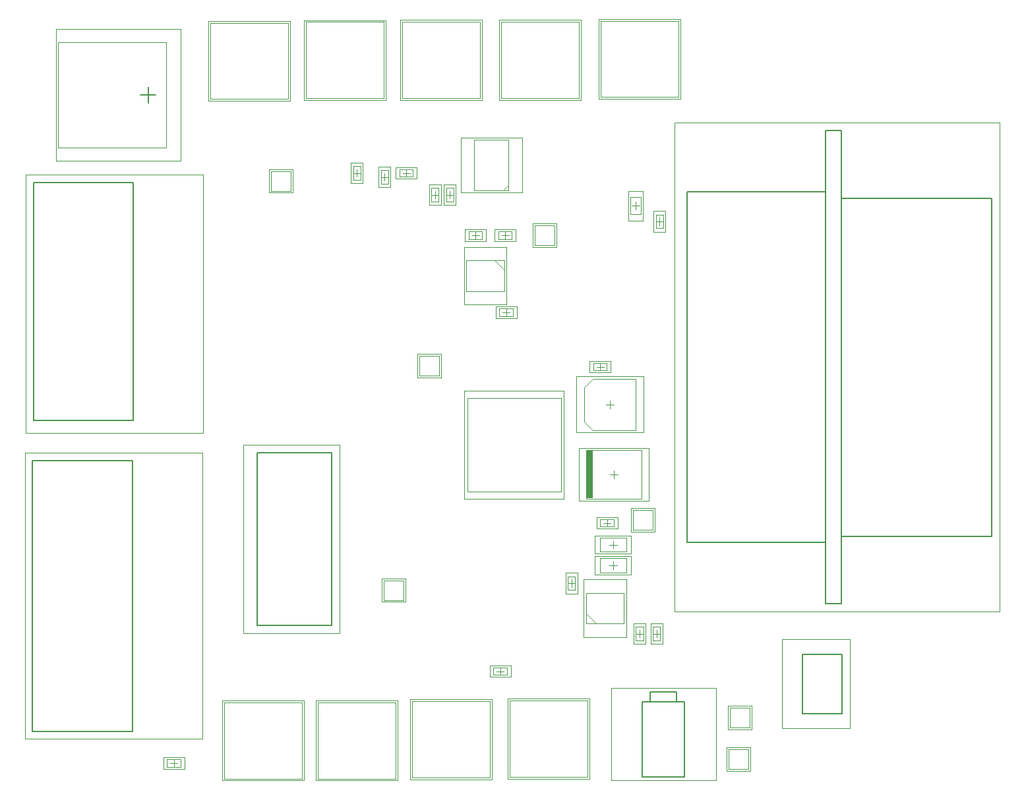
<source format=gm1>
G04*
G04 #@! TF.GenerationSoftware,Altium Limited,Altium Designer,21.0.9 (235)*
G04*
G04 Layer_Color=16711935*
%FSLAX25Y25*%
%MOIN*%
G70*
G04*
G04 #@! TF.SameCoordinates,FB9C7817-38CD-48DC-A3D4-53DF82CEFDAB*
G04*
G04*
G04 #@! TF.FilePolarity,Positive*
G04*
G01*
G75*
%ADD10C,0.00787*%
%ADD11C,0.00394*%
%ADD14R,0.03765X0.24488*%
%ADD15C,0.00197*%
D10*
X294807Y45937D02*
Y50937D01*
X308193D01*
Y45937D02*
Y50937D01*
X294807Y45937D02*
X308193D01*
X290870Y8142D02*
Y45937D01*
Y8142D02*
X312130D01*
Y45937D01*
X290870D02*
X312130D01*
X371826Y40115D02*
Y70036D01*
X391708D01*
Y40115D02*
Y70036D01*
X371826Y40115D02*
X391708D01*
X33516Y188193D02*
Y308665D01*
X-16878Y188193D02*
X33516D01*
X-16878D02*
Y308665D01*
X33516D01*
X313504Y126673D02*
Y303839D01*
X383583D01*
Y126673D02*
Y303839D01*
X313504Y126673D02*
X383583D01*
Y95571D02*
Y126673D01*
Y95571D02*
X391457D01*
Y334941D01*
X383583D02*
X391457D01*
X383583Y303839D02*
Y334941D01*
X391457Y129823D02*
X467441D01*
Y300689D01*
X391457D02*
X467441D01*
X96025Y172130D02*
X133820D01*
Y84728D02*
Y172130D01*
X96025Y84728D02*
X133820D01*
X96025D02*
Y172130D01*
X-17421Y168127D02*
X32972D01*
X-17421Y31119D02*
Y168127D01*
Y31119D02*
X32972D01*
Y168127D01*
X37063Y353000D02*
X44937D01*
X41000Y349063D02*
Y356937D01*
D11*
X57445Y13130D02*
Y16870D01*
X50555Y13130D02*
Y16870D01*
Y13130D02*
X57445D01*
X50555Y16870D02*
X57445D01*
X215555Y59630D02*
Y63370D01*
X222445Y59630D02*
Y63370D01*
X215555D02*
X222445D01*
X215555Y59630D02*
X222445D01*
X263165Y8004D02*
Y46587D01*
X223795D02*
X263165D01*
X223795Y8004D02*
Y46587D01*
Y8004D02*
X263165D01*
X213665Y7658D02*
Y46240D01*
X174295D02*
X213665D01*
X174295Y7658D02*
Y46240D01*
Y7658D02*
X213665D01*
X166130Y7158D02*
Y45740D01*
X126760D02*
X166130D01*
X126760Y7158D02*
Y45740D01*
Y7158D02*
X166130D01*
X118665D02*
Y45740D01*
X79295D02*
X118665D01*
X79295Y7158D02*
Y45740D01*
Y7158D02*
X118665D01*
X290158Y292669D02*
Y301331D01*
X284842Y292669D02*
Y301331D01*
X290158D01*
X284842Y292669D02*
X290158D01*
X236500Y277000D02*
Y287000D01*
X246500D01*
Y277000D02*
Y287000D01*
X236500Y277000D02*
X246500D01*
X286000Y133000D02*
Y143000D01*
X296000D01*
Y133000D02*
Y143000D01*
X286000Y133000D02*
X296000D01*
X178000Y211000D02*
Y221000D01*
X188000D01*
Y211000D02*
Y221000D01*
X178000Y211000D02*
X188000D01*
X334500Y12000D02*
Y22000D01*
X344500D01*
Y12000D02*
Y22000D01*
X334500Y12000D02*
X344500D01*
X103000Y304500D02*
Y314500D01*
X113000D01*
Y304500D02*
Y314500D01*
X103000Y304500D02*
X113000D01*
X160000Y97500D02*
Y107500D01*
X170000D01*
Y97500D02*
Y107500D01*
X160000Y97500D02*
X170000D01*
X335000Y33000D02*
Y43000D01*
X345000D01*
Y33000D02*
Y43000D01*
X335000Y33000D02*
X345000D01*
X72335Y350913D02*
Y389496D01*
Y350913D02*
X111705D01*
Y389496D01*
X72335D02*
X111705D01*
X120835Y351260D02*
Y389843D01*
Y351260D02*
X160205D01*
Y389843D01*
X120835D02*
X160205D01*
X169335Y351413D02*
Y389996D01*
Y351413D02*
X208705D01*
Y389996D01*
X169335D02*
X208705D01*
X219335Y351413D02*
Y389996D01*
Y351413D02*
X258705D01*
Y389996D01*
X219335D02*
X258705D01*
X269870Y351913D02*
Y390496D01*
Y351913D02*
X309240D01*
Y390496D01*
X269870D02*
X309240D01*
X261445Y205025D02*
X265776Y209355D01*
X287429D01*
Y183371D02*
Y209355D01*
X265776Y183371D02*
X287429D01*
X261445Y187702D02*
X265776Y183371D01*
X261445Y187702D02*
Y205025D01*
X266055Y217370D02*
X272945D01*
X266055Y213630D02*
X272945D01*
X266055D02*
Y217370D01*
X272945Y213630D02*
Y217370D01*
X202378Y152378D02*
X249622D01*
Y199622D01*
X202378D02*
X249622D01*
X202378Y152378D02*
Y199622D01*
X50055Y326425D02*
Y379575D01*
X-4669D02*
X50055D01*
X-4669Y326425D02*
X50055D01*
X-4669D02*
Y379575D01*
X287567Y77055D02*
Y83945D01*
X291307Y77055D02*
Y83945D01*
X287567Y77055D02*
X291307D01*
X287567Y83945D02*
X291307D01*
X299870Y77055D02*
Y83945D01*
X296130Y77055D02*
Y83945D01*
X299870D01*
X296130Y77055D02*
X299870D01*
X253130Y102555D02*
Y109445D01*
X256870Y102555D02*
Y109445D01*
X253130Y102555D02*
X256870D01*
X253130Y109445D02*
X256870D01*
X282693Y121957D02*
Y129043D01*
X269307Y121957D02*
Y129043D01*
Y121957D02*
X282693D01*
X269307Y129043D02*
X282693D01*
Y111457D02*
Y118543D01*
X269307Y111457D02*
Y118543D01*
Y111457D02*
X282693D01*
X269307Y118543D02*
X282693D01*
X262291Y90512D02*
X267291Y85512D01*
X262291D02*
X281583D01*
Y100866D01*
X262291D02*
X281583D01*
X262291Y85512D02*
Y100866D01*
X269555Y138370D02*
X276445D01*
X269555Y134630D02*
X276445D01*
X269555D02*
Y138370D01*
X276445Y134630D02*
Y138370D01*
X301370Y285555D02*
Y292445D01*
X297630Y285555D02*
Y292445D01*
Y285555D02*
X301370D01*
X297630Y292445D02*
X301370D01*
X218055Y283870D02*
X224945D01*
X218055Y280130D02*
X224945D01*
X218055D02*
Y283870D01*
X224945Y280130D02*
Y283870D01*
X195370Y299055D02*
Y305945D01*
X191630Y299055D02*
Y305945D01*
X195370D01*
X191630Y299055D02*
X195370D01*
X187870D02*
Y305945D01*
X184130Y299055D02*
Y305945D01*
X187870D01*
X184130Y299055D02*
X187870D01*
X168055Y311630D02*
X174945D01*
X168055Y315370D02*
X174945D01*
Y311630D02*
Y315370D01*
X168055Y311630D02*
Y315370D01*
X218555Y244870D02*
X225445D01*
X218555Y241130D02*
X225445D01*
X218555D02*
Y244870D01*
X225445Y241130D02*
Y244870D01*
X216146Y269177D02*
X221146Y264177D01*
X201854Y269177D02*
X221146D01*
X201854Y253823D02*
Y269177D01*
Y253823D02*
X221146D01*
Y269177D01*
X220602Y304705D02*
X223161Y307264D01*
Y304705D02*
Y330295D01*
X205839D02*
X223161D01*
X205839Y304705D02*
Y330295D01*
Y304705D02*
X223161D01*
X203055Y283870D02*
X209945D01*
X203055Y280130D02*
X209945D01*
X203055D02*
Y283870D01*
X209945Y280130D02*
Y283870D01*
X162370Y308055D02*
Y314945D01*
X158630Y308055D02*
Y314945D01*
X162370D01*
X158630Y308055D02*
X162370D01*
X148370Y310055D02*
Y316945D01*
X144630Y310055D02*
Y316945D01*
X148370D01*
X144630Y310055D02*
X148370D01*
X262366Y173244D02*
X290358D01*
X262366Y148756D02*
X290358D01*
X262366D02*
Y173244D01*
X290358Y148756D02*
Y173244D01*
X52130Y15000D02*
X55870D01*
X54000Y13130D02*
Y16870D01*
X217130Y61500D02*
X220870D01*
X219000Y59630D02*
Y63370D01*
X285531Y297000D02*
X289469D01*
X287500Y295031D02*
Y298969D01*
X275024Y6173D02*
Y52905D01*
Y6173D02*
X327976D01*
Y52905D01*
X275024D02*
X327976D01*
X361346Y32635D02*
Y77517D01*
X395645D01*
Y32635D02*
Y77517D01*
X361346Y32635D02*
X395645D01*
X68902Y181894D02*
Y312602D01*
X-20815Y181894D02*
X68902D01*
X-20815D02*
Y312602D01*
X68902D01*
X307205Y91634D02*
Y338878D01*
X471378D01*
Y91634D02*
Y338878D01*
X307205Y91634D02*
X471378D01*
X272468Y196363D02*
X276406D01*
X274437Y194395D02*
Y198332D01*
X269500Y213630D02*
Y217370D01*
X267630Y215500D02*
X271370D01*
X89135Y176067D02*
X137758D01*
X89135Y80791D02*
Y176067D01*
Y80791D02*
X137758D01*
Y176067D01*
X-21358Y172064D02*
X68358D01*
X-21358Y27182D02*
Y172064D01*
Y27182D02*
X68358D01*
Y172064D01*
X287567Y80500D02*
X291307D01*
X289437Y78630D02*
Y82370D01*
X296130Y80500D02*
X299870D01*
X298000Y78630D02*
Y82370D01*
X253130Y106000D02*
X256870D01*
X255000Y104130D02*
Y107870D01*
X274031Y125500D02*
X277969D01*
X276000Y123531D02*
Y127469D01*
X274031Y115000D02*
X277969D01*
X276000Y113031D02*
Y116969D01*
X273000Y134630D02*
Y138370D01*
X271130Y136500D02*
X274870D01*
X297630Y289000D02*
X301370D01*
X299500Y287130D02*
Y290870D01*
X221500Y280130D02*
Y283870D01*
X219630Y282000D02*
X223370D01*
X191630Y302500D02*
X195370D01*
X193500Y300630D02*
Y304370D01*
X184130Y302500D02*
X187870D01*
X186000Y300630D02*
Y304370D01*
X171500Y311630D02*
Y315370D01*
X169630Y313500D02*
X173370D01*
X222000Y241130D02*
Y244870D01*
X220130Y243000D02*
X223870D01*
X206500Y280130D02*
Y283870D01*
X204630Y282000D02*
X208370D01*
X158630Y311500D02*
X162370D01*
X160500Y309630D02*
Y313370D01*
X144630Y313500D02*
X148370D01*
X146500Y311630D02*
Y315370D01*
X276362Y159031D02*
Y162969D01*
X274394Y161000D02*
X278331D01*
D14*
X264249D02*
D03*
D15*
X59315Y12047D02*
Y17953D01*
X48685Y12047D02*
Y17953D01*
Y12047D02*
X59315D01*
X48685Y17953D02*
X59315D01*
X213685Y58547D02*
Y64453D01*
X224315Y58547D02*
Y64453D01*
X213685D02*
X224315D01*
X213685Y58547D02*
X224315D01*
X264150Y7020D02*
Y47571D01*
X222811D02*
X264150D01*
X222811Y7020D02*
Y47571D01*
Y7020D02*
X264150D01*
X214650Y6673D02*
Y47224D01*
X173311D02*
X214650D01*
X173311Y6673D02*
Y47224D01*
Y6673D02*
X214650D01*
X167114Y6173D02*
Y46724D01*
X125776D02*
X167114D01*
X125776Y6173D02*
Y46724D01*
Y6173D02*
X167114D01*
X119650D02*
Y46724D01*
X78311D02*
X119650D01*
X78311Y6173D02*
Y46724D01*
Y6173D02*
X119650D01*
X291240Y289500D02*
Y304500D01*
X283760Y289500D02*
Y304500D01*
X291240D01*
X283760Y289500D02*
X291240D01*
X235516Y276016D02*
Y287984D01*
X247484D01*
Y276016D02*
Y287984D01*
X235516Y276016D02*
X247484D01*
X285016Y132016D02*
Y143984D01*
X296984D01*
Y132016D02*
Y143984D01*
X285016Y132016D02*
X296984D01*
X177016Y210016D02*
Y221984D01*
X188984D01*
Y210016D02*
Y221984D01*
X177016Y210016D02*
X188984D01*
X333516Y11016D02*
Y22984D01*
X345484D01*
Y11016D02*
Y22984D01*
X333516Y11016D02*
X345484D01*
X102016Y303516D02*
Y315484D01*
X113984D01*
Y303516D02*
Y315484D01*
X102016Y303516D02*
X113984D01*
X159016Y96516D02*
Y108484D01*
X170984D01*
Y96516D02*
Y108484D01*
X159016Y96516D02*
X170984D01*
X334016Y32016D02*
Y43984D01*
X345984D01*
Y32016D02*
Y43984D01*
X334016Y32016D02*
X345984D01*
X71350Y349929D02*
Y390480D01*
Y349929D02*
X112689D01*
Y390480D01*
X71350D02*
X112689D01*
X119850Y350276D02*
Y390827D01*
Y350276D02*
X161189D01*
Y390827D01*
X119850D02*
X161189D01*
X168350Y350429D02*
Y390980D01*
Y350429D02*
X209689D01*
Y390980D01*
X168350D02*
X209689D01*
X218350Y350429D02*
Y390980D01*
Y350429D02*
X259689D01*
Y390980D01*
X218350D02*
X259689D01*
X268886Y350929D02*
Y391480D01*
Y350929D02*
X310224D01*
Y391480D01*
X268886D02*
X310224D01*
X257508Y182190D02*
Y210537D01*
X291366Y182190D02*
Y210537D01*
X257508D02*
X291366D01*
X257508Y182190D02*
X291366D01*
X264185Y218453D02*
X274815D01*
X264185Y212547D02*
X274815D01*
X264185D02*
Y218453D01*
X274815Y212547D02*
Y218453D01*
X200803Y148736D02*
X251197D01*
Y203264D01*
X200803D02*
X251197D01*
X200803Y148736D02*
Y203264D01*
X-5457Y319535D02*
Y386465D01*
X57535D02*
X57535Y319535D01*
X-5457D02*
X57535D01*
X-5457Y386465D02*
X57535D01*
X286484Y75185D02*
Y85815D01*
X292390Y75185D02*
Y85815D01*
X286484Y75185D02*
X292390D01*
X286484Y85815D02*
X292390D01*
X300953Y75185D02*
Y85815D01*
X295047Y75185D02*
Y85815D01*
X300953D01*
X295047Y75185D02*
X300953D01*
X252047Y100685D02*
Y111315D01*
X257953Y100685D02*
Y111315D01*
X252047Y100685D02*
X257953D01*
X252047Y111315D02*
X257953D01*
X285252Y120972D02*
Y130028D01*
X266748Y120972D02*
Y130028D01*
Y120972D02*
X285252D01*
X266748Y130028D02*
X285252D01*
Y110472D02*
Y119528D01*
X266748Y110472D02*
Y119528D01*
Y110472D02*
X285252D01*
X266748Y119528D02*
X285252D01*
X261110Y78524D02*
X282764D01*
Y107854D01*
X261110D02*
X282764D01*
X261110Y78524D02*
Y107854D01*
X267685Y139453D02*
X278315D01*
X267685Y133547D02*
X278315D01*
X267685D02*
Y139453D01*
X278315Y133547D02*
Y139453D01*
X302453Y283685D02*
Y294315D01*
X296547Y283685D02*
Y294315D01*
Y283685D02*
X302453D01*
X296547Y294315D02*
X302453D01*
X216185Y284953D02*
X226815D01*
X216185Y279047D02*
X226815D01*
X216185D02*
Y284953D01*
X226815Y279047D02*
Y284953D01*
X196453Y297185D02*
Y307815D01*
X190547Y297185D02*
Y307815D01*
X196453D01*
X190547Y297185D02*
X196453D01*
X188953D02*
Y307815D01*
X183047Y297185D02*
Y307815D01*
X188953D01*
X183047Y297185D02*
X188953D01*
X166185Y310547D02*
X176815D01*
X166185Y316453D02*
X176815D01*
Y310547D02*
Y316453D01*
X166185Y310547D02*
Y316453D01*
X216685Y245953D02*
X227315D01*
X216685Y240047D02*
X227315D01*
X216685D02*
Y245953D01*
X227315Y240047D02*
Y245953D01*
X200870Y276067D02*
X222130D01*
X200870Y246933D02*
Y276067D01*
Y246933D02*
X222130D01*
Y276067D01*
X229953Y303524D02*
Y331476D01*
X199047D02*
X229953D01*
X199047Y303524D02*
Y331476D01*
Y303524D02*
X229953D01*
X201185Y284953D02*
X211815D01*
X201185Y279047D02*
X211815D01*
X201185D02*
Y284953D01*
X211815Y279047D02*
Y284953D01*
X163453Y306185D02*
Y316815D01*
X157547Y306185D02*
Y316815D01*
X163453D01*
X157547Y306185D02*
X163453D01*
X149453Y308185D02*
Y318815D01*
X143547Y308185D02*
Y318815D01*
X149453D01*
X143547Y308185D02*
X149453D01*
X258646Y174386D02*
X294079D01*
X258646Y147614D02*
X294079D01*
X258646D02*
Y174386D01*
X294079Y147614D02*
Y174386D01*
M02*

</source>
